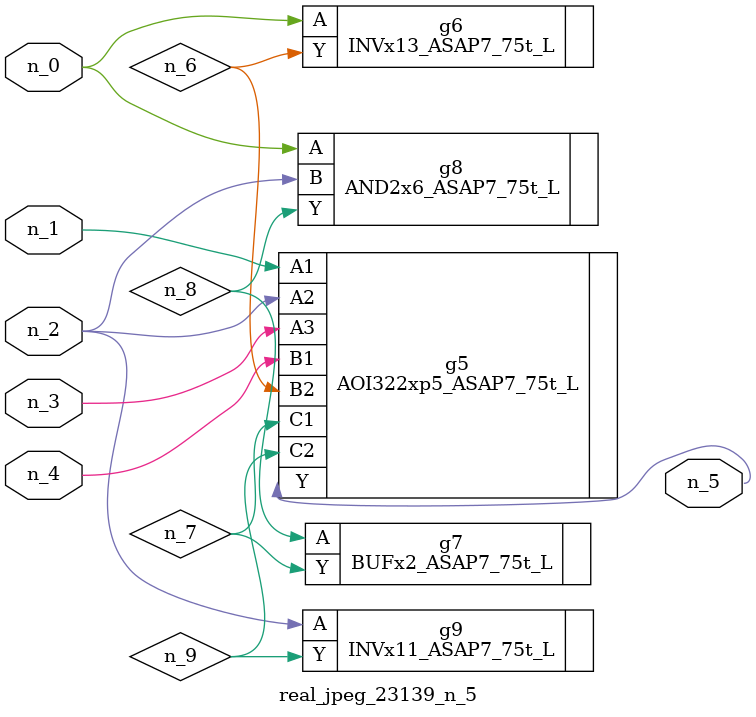
<source format=v>
module real_jpeg_23139_n_5 (n_4, n_0, n_1, n_2, n_3, n_5);

input n_4;
input n_0;
input n_1;
input n_2;
input n_3;

output n_5;

wire n_8;
wire n_6;
wire n_7;
wire n_9;

INVx13_ASAP7_75t_L g6 ( 
.A(n_0),
.Y(n_6)
);

AND2x6_ASAP7_75t_L g8 ( 
.A(n_0),
.B(n_2),
.Y(n_8)
);

AOI322xp5_ASAP7_75t_L g5 ( 
.A1(n_1),
.A2(n_2),
.A3(n_3),
.B1(n_4),
.B2(n_6),
.C1(n_7),
.C2(n_9),
.Y(n_5)
);

INVx11_ASAP7_75t_L g9 ( 
.A(n_2),
.Y(n_9)
);

BUFx2_ASAP7_75t_L g7 ( 
.A(n_8),
.Y(n_7)
);


endmodule
</source>
